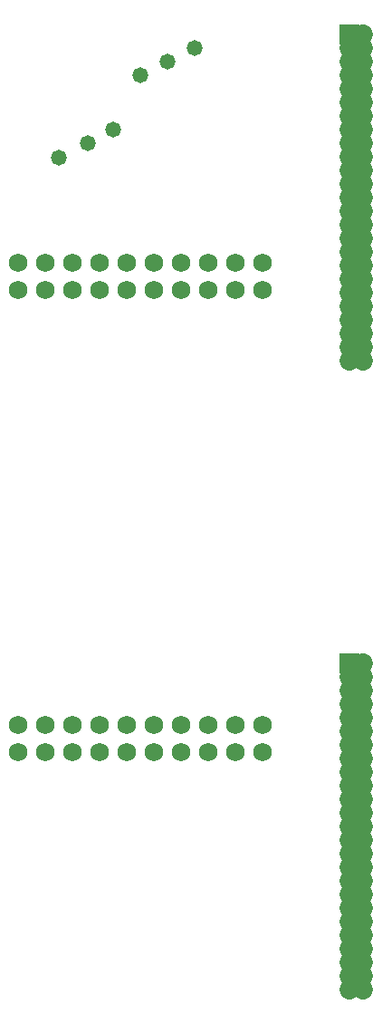
<source format=gbr>
%TF.GenerationSoftware,Altium Limited,Altium Designer,22.11.1 (43)*%
G04 Layer_Color=8388736*
%FSLAX45Y45*%
%MOMM*%
%TF.SameCoordinates,ABC14B17-DAD6-4B0F-8560-1018B917A27C*%
%TF.FilePolarity,Negative*%
%TF.FileFunction,Soldermask,Top*%
%TF.Part,Single*%
G01*
G75*
%TA.AperFunction,ComponentPad*%
%ADD20R,1.85200X1.85200*%
%ADD21C,1.85200*%
%ADD22C,1.72720*%
%TA.AperFunction,ViaPad*%
%ADD23C,1.47320*%
D20*
X11112500Y3771900D02*
D03*
Y9652000D02*
D03*
D21*
X11239500Y3771900D02*
D03*
X11112500Y3644900D02*
D03*
X11239500D02*
D03*
X11112500Y3517900D02*
D03*
X11239500D02*
D03*
X11112500Y3390900D02*
D03*
X11239500D02*
D03*
X11112500Y3263900D02*
D03*
X11239500D02*
D03*
X11112500Y3136900D02*
D03*
X11239500D02*
D03*
X11112500Y3009900D02*
D03*
X11239500D02*
D03*
X11112500Y2882900D02*
D03*
X11239500D02*
D03*
X11112500Y2755900D02*
D03*
X11239500D02*
D03*
X11112500Y2628900D02*
D03*
X11239500D02*
D03*
X11112500Y2501900D02*
D03*
X11239500D02*
D03*
X11112500Y2374900D02*
D03*
X11239500D02*
D03*
X11112500Y2247900D02*
D03*
X11239500D02*
D03*
X11112500Y2120900D02*
D03*
X11239500D02*
D03*
X11112500Y1993900D02*
D03*
X11239500D02*
D03*
X11112500Y1866900D02*
D03*
X11239500D02*
D03*
X11112500Y1739900D02*
D03*
X11239500D02*
D03*
X11112500Y1612900D02*
D03*
X11239500D02*
D03*
X11112500Y1485900D02*
D03*
X11239500D02*
D03*
X11112500Y1358900D02*
D03*
X11239500D02*
D03*
X11112500Y1231900D02*
D03*
X11239500D02*
D03*
X11112500Y1104900D02*
D03*
X11239500D02*
D03*
X11112500Y977900D02*
D03*
X11239500D02*
D03*
X11112500Y850900D02*
D03*
X11239500D02*
D03*
X11112500Y723900D02*
D03*
X11239500D02*
D03*
Y6604000D02*
D03*
X11112500D02*
D03*
X11239500Y6731000D02*
D03*
X11112500D02*
D03*
X11239500Y6858000D02*
D03*
X11112500D02*
D03*
X11239500Y6985000D02*
D03*
X11112500D02*
D03*
X11239500Y7112000D02*
D03*
X11112500D02*
D03*
X11239500Y7239000D02*
D03*
X11112500D02*
D03*
X11239500Y7366000D02*
D03*
X11112500D02*
D03*
X11239500Y7493000D02*
D03*
X11112500D02*
D03*
X11239500Y7620000D02*
D03*
X11112500D02*
D03*
X11239500Y7747000D02*
D03*
X11112500D02*
D03*
X11239500Y7874000D02*
D03*
X11112500D02*
D03*
X11239500Y8001000D02*
D03*
X11112500D02*
D03*
X11239500Y8128000D02*
D03*
X11112500D02*
D03*
X11239500Y8255000D02*
D03*
X11112500D02*
D03*
X11239500Y8382000D02*
D03*
X11112500D02*
D03*
X11239500Y8509000D02*
D03*
X11112500D02*
D03*
X11239500Y8636000D02*
D03*
X11112500D02*
D03*
X11239500Y8763000D02*
D03*
X11112500D02*
D03*
X11239500Y8890000D02*
D03*
X11112500D02*
D03*
X11239500Y9017000D02*
D03*
X11112500D02*
D03*
X11239500Y9144000D02*
D03*
X11112500D02*
D03*
X11239500Y9271000D02*
D03*
X11112500D02*
D03*
X11239500Y9398000D02*
D03*
X11112500D02*
D03*
X11239500Y9525000D02*
D03*
X11112500D02*
D03*
X11239500Y9652000D02*
D03*
D22*
X10299700Y7518400D02*
D03*
Y7264400D02*
D03*
X10045700Y7518400D02*
D03*
Y7264400D02*
D03*
X9791700Y7518400D02*
D03*
Y7264400D02*
D03*
X9537700Y7518400D02*
D03*
Y7264400D02*
D03*
X9283700Y7518400D02*
D03*
Y7264400D02*
D03*
X9029700Y7518400D02*
D03*
Y7264400D02*
D03*
X8775700Y7518400D02*
D03*
Y7264400D02*
D03*
X8521700Y7518400D02*
D03*
Y7264400D02*
D03*
X8267700Y7518400D02*
D03*
Y7264400D02*
D03*
X8013700Y7518400D02*
D03*
Y7264400D02*
D03*
X10299700Y3200400D02*
D03*
Y2946400D02*
D03*
X10045700Y3200400D02*
D03*
Y2946400D02*
D03*
X9791700Y3200400D02*
D03*
Y2946400D02*
D03*
X9537700Y3200400D02*
D03*
Y2946400D02*
D03*
X9283700Y3200400D02*
D03*
Y2946400D02*
D03*
X9029700Y3200400D02*
D03*
Y2946400D02*
D03*
X8775700Y3200400D02*
D03*
Y2946400D02*
D03*
X8521700Y3200400D02*
D03*
Y2946400D02*
D03*
X8267700Y3200400D02*
D03*
Y2946400D02*
D03*
X8013700Y3200400D02*
D03*
Y2946400D02*
D03*
D23*
X8394700Y8496300D02*
D03*
X8661400Y8636000D02*
D03*
X9156700Y9271000D02*
D03*
X9410700Y9398000D02*
D03*
X9664700Y9525000D02*
D03*
X8902700Y8763000D02*
D03*
%TF.MD5,ce6cc479438c082597e2d8aa499cc927*%
M02*

</source>
